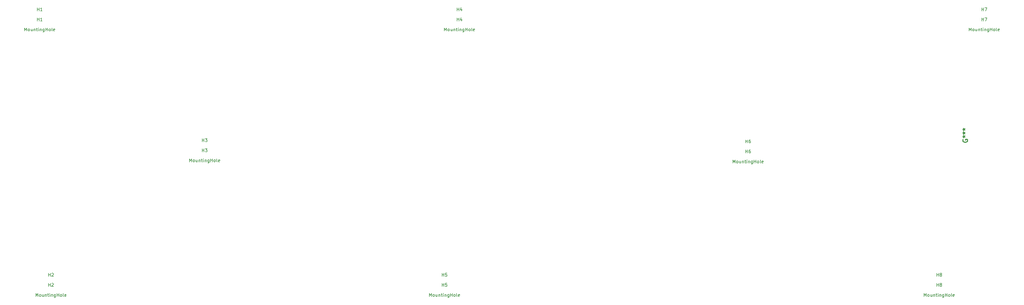
<source format=gbr>
%TF.GenerationSoftware,KiCad,Pcbnew,7.0.7*%
%TF.CreationDate,2024-06-09T18:31:49+08:00*%
%TF.ProjectId,Lexicon 69,4c657869-636f-46e2-9036-392e6b696361,rev?*%
%TF.SameCoordinates,Original*%
%TF.FileFunction,AssemblyDrawing,Top*%
%FSLAX46Y46*%
G04 Gerber Fmt 4.6, Leading zero omitted, Abs format (unit mm)*
G04 Created by KiCad (PCBNEW 7.0.7) date 2024-06-09 18:31:49*
%MOMM*%
%LPD*%
G01*
G04 APERTURE LIST*
%ADD10C,0.150000*%
%ADD11C,0.300000*%
G04 APERTURE END LIST*
D10*
X194500595Y-157989194D02*
X194500595Y-156989194D01*
X194500595Y-157465384D02*
X195072023Y-157465384D01*
X195072023Y-157989194D02*
X195072023Y-156989194D01*
X196024404Y-156989194D02*
X195548214Y-156989194D01*
X195548214Y-156989194D02*
X195500595Y-157465384D01*
X195500595Y-157465384D02*
X195548214Y-157417765D01*
X195548214Y-157417765D02*
X195643452Y-157370146D01*
X195643452Y-157370146D02*
X195881547Y-157370146D01*
X195881547Y-157370146D02*
X195976785Y-157417765D01*
X195976785Y-157417765D02*
X196024404Y-157465384D01*
X196024404Y-157465384D02*
X196072023Y-157560622D01*
X196072023Y-157560622D02*
X196072023Y-157798717D01*
X196072023Y-157798717D02*
X196024404Y-157893955D01*
X196024404Y-157893955D02*
X195976785Y-157941575D01*
X195976785Y-157941575D02*
X195881547Y-157989194D01*
X195881547Y-157989194D02*
X195643452Y-157989194D01*
X195643452Y-157989194D02*
X195548214Y-157941575D01*
X195548214Y-157941575D02*
X195500595Y-157893955D01*
X190476785Y-164389194D02*
X190476785Y-163389194D01*
X190476785Y-163389194D02*
X190810118Y-164103479D01*
X190810118Y-164103479D02*
X191143451Y-163389194D01*
X191143451Y-163389194D02*
X191143451Y-164389194D01*
X191762499Y-164389194D02*
X191667261Y-164341575D01*
X191667261Y-164341575D02*
X191619642Y-164293955D01*
X191619642Y-164293955D02*
X191572023Y-164198717D01*
X191572023Y-164198717D02*
X191572023Y-163913003D01*
X191572023Y-163913003D02*
X191619642Y-163817765D01*
X191619642Y-163817765D02*
X191667261Y-163770146D01*
X191667261Y-163770146D02*
X191762499Y-163722527D01*
X191762499Y-163722527D02*
X191905356Y-163722527D01*
X191905356Y-163722527D02*
X192000594Y-163770146D01*
X192000594Y-163770146D02*
X192048213Y-163817765D01*
X192048213Y-163817765D02*
X192095832Y-163913003D01*
X192095832Y-163913003D02*
X192095832Y-164198717D01*
X192095832Y-164198717D02*
X192048213Y-164293955D01*
X192048213Y-164293955D02*
X192000594Y-164341575D01*
X192000594Y-164341575D02*
X191905356Y-164389194D01*
X191905356Y-164389194D02*
X191762499Y-164389194D01*
X192952975Y-163722527D02*
X192952975Y-164389194D01*
X192524404Y-163722527D02*
X192524404Y-164246336D01*
X192524404Y-164246336D02*
X192572023Y-164341575D01*
X192572023Y-164341575D02*
X192667261Y-164389194D01*
X192667261Y-164389194D02*
X192810118Y-164389194D01*
X192810118Y-164389194D02*
X192905356Y-164341575D01*
X192905356Y-164341575D02*
X192952975Y-164293955D01*
X193429166Y-163722527D02*
X193429166Y-164389194D01*
X193429166Y-163817765D02*
X193476785Y-163770146D01*
X193476785Y-163770146D02*
X193572023Y-163722527D01*
X193572023Y-163722527D02*
X193714880Y-163722527D01*
X193714880Y-163722527D02*
X193810118Y-163770146D01*
X193810118Y-163770146D02*
X193857737Y-163865384D01*
X193857737Y-163865384D02*
X193857737Y-164389194D01*
X194191071Y-163722527D02*
X194572023Y-163722527D01*
X194333928Y-163389194D02*
X194333928Y-164246336D01*
X194333928Y-164246336D02*
X194381547Y-164341575D01*
X194381547Y-164341575D02*
X194476785Y-164389194D01*
X194476785Y-164389194D02*
X194572023Y-164389194D01*
X194905357Y-164389194D02*
X194905357Y-163722527D01*
X194905357Y-163389194D02*
X194857738Y-163436813D01*
X194857738Y-163436813D02*
X194905357Y-163484432D01*
X194905357Y-163484432D02*
X194952976Y-163436813D01*
X194952976Y-163436813D02*
X194905357Y-163389194D01*
X194905357Y-163389194D02*
X194905357Y-163484432D01*
X195381547Y-163722527D02*
X195381547Y-164389194D01*
X195381547Y-163817765D02*
X195429166Y-163770146D01*
X195429166Y-163770146D02*
X195524404Y-163722527D01*
X195524404Y-163722527D02*
X195667261Y-163722527D01*
X195667261Y-163722527D02*
X195762499Y-163770146D01*
X195762499Y-163770146D02*
X195810118Y-163865384D01*
X195810118Y-163865384D02*
X195810118Y-164389194D01*
X196714880Y-163722527D02*
X196714880Y-164532051D01*
X196714880Y-164532051D02*
X196667261Y-164627289D01*
X196667261Y-164627289D02*
X196619642Y-164674908D01*
X196619642Y-164674908D02*
X196524404Y-164722527D01*
X196524404Y-164722527D02*
X196381547Y-164722527D01*
X196381547Y-164722527D02*
X196286309Y-164674908D01*
X196714880Y-164341575D02*
X196619642Y-164389194D01*
X196619642Y-164389194D02*
X196429166Y-164389194D01*
X196429166Y-164389194D02*
X196333928Y-164341575D01*
X196333928Y-164341575D02*
X196286309Y-164293955D01*
X196286309Y-164293955D02*
X196238690Y-164198717D01*
X196238690Y-164198717D02*
X196238690Y-163913003D01*
X196238690Y-163913003D02*
X196286309Y-163817765D01*
X196286309Y-163817765D02*
X196333928Y-163770146D01*
X196333928Y-163770146D02*
X196429166Y-163722527D01*
X196429166Y-163722527D02*
X196619642Y-163722527D01*
X196619642Y-163722527D02*
X196714880Y-163770146D01*
X197191071Y-164389194D02*
X197191071Y-163389194D01*
X197191071Y-163865384D02*
X197762499Y-163865384D01*
X197762499Y-164389194D02*
X197762499Y-163389194D01*
X198381547Y-164389194D02*
X198286309Y-164341575D01*
X198286309Y-164341575D02*
X198238690Y-164293955D01*
X198238690Y-164293955D02*
X198191071Y-164198717D01*
X198191071Y-164198717D02*
X198191071Y-163913003D01*
X198191071Y-163913003D02*
X198238690Y-163817765D01*
X198238690Y-163817765D02*
X198286309Y-163770146D01*
X198286309Y-163770146D02*
X198381547Y-163722527D01*
X198381547Y-163722527D02*
X198524404Y-163722527D01*
X198524404Y-163722527D02*
X198619642Y-163770146D01*
X198619642Y-163770146D02*
X198667261Y-163817765D01*
X198667261Y-163817765D02*
X198714880Y-163913003D01*
X198714880Y-163913003D02*
X198714880Y-164198717D01*
X198714880Y-164198717D02*
X198667261Y-164293955D01*
X198667261Y-164293955D02*
X198619642Y-164341575D01*
X198619642Y-164341575D02*
X198524404Y-164389194D01*
X198524404Y-164389194D02*
X198381547Y-164389194D01*
X199286309Y-164389194D02*
X199191071Y-164341575D01*
X199191071Y-164341575D02*
X199143452Y-164246336D01*
X199143452Y-164246336D02*
X199143452Y-163389194D01*
X200048214Y-164341575D02*
X199952976Y-164389194D01*
X199952976Y-164389194D02*
X199762500Y-164389194D01*
X199762500Y-164389194D02*
X199667262Y-164341575D01*
X199667262Y-164341575D02*
X199619643Y-164246336D01*
X199619643Y-164246336D02*
X199619643Y-163865384D01*
X199619643Y-163865384D02*
X199667262Y-163770146D01*
X199667262Y-163770146D02*
X199762500Y-163722527D01*
X199762500Y-163722527D02*
X199952976Y-163722527D01*
X199952976Y-163722527D02*
X200048214Y-163770146D01*
X200048214Y-163770146D02*
X200095833Y-163865384D01*
X200095833Y-163865384D02*
X200095833Y-163960622D01*
X200095833Y-163960622D02*
X199619643Y-164055860D01*
X194500595Y-161189194D02*
X194500595Y-160189194D01*
X194500595Y-160665384D02*
X195072023Y-160665384D01*
X195072023Y-161189194D02*
X195072023Y-160189194D01*
X196024404Y-160189194D02*
X195548214Y-160189194D01*
X195548214Y-160189194D02*
X195500595Y-160665384D01*
X195500595Y-160665384D02*
X195548214Y-160617765D01*
X195548214Y-160617765D02*
X195643452Y-160570146D01*
X195643452Y-160570146D02*
X195881547Y-160570146D01*
X195881547Y-160570146D02*
X195976785Y-160617765D01*
X195976785Y-160617765D02*
X196024404Y-160665384D01*
X196024404Y-160665384D02*
X196072023Y-160760622D01*
X196072023Y-160760622D02*
X196072023Y-160998717D01*
X196072023Y-160998717D02*
X196024404Y-161093955D01*
X196024404Y-161093955D02*
X195976785Y-161141575D01*
X195976785Y-161141575D02*
X195881547Y-161189194D01*
X195881547Y-161189194D02*
X195643452Y-161189194D01*
X195643452Y-161189194D02*
X195548214Y-161141575D01*
X195548214Y-161141575D02*
X195500595Y-161093955D01*
X365950595Y-73454819D02*
X365950595Y-72454819D01*
X365950595Y-72931009D02*
X366522023Y-72931009D01*
X366522023Y-73454819D02*
X366522023Y-72454819D01*
X366902976Y-72454819D02*
X367569642Y-72454819D01*
X367569642Y-72454819D02*
X367141071Y-73454819D01*
X361926785Y-79854819D02*
X361926785Y-78854819D01*
X361926785Y-78854819D02*
X362260118Y-79569104D01*
X362260118Y-79569104D02*
X362593451Y-78854819D01*
X362593451Y-78854819D02*
X362593451Y-79854819D01*
X363212499Y-79854819D02*
X363117261Y-79807200D01*
X363117261Y-79807200D02*
X363069642Y-79759580D01*
X363069642Y-79759580D02*
X363022023Y-79664342D01*
X363022023Y-79664342D02*
X363022023Y-79378628D01*
X363022023Y-79378628D02*
X363069642Y-79283390D01*
X363069642Y-79283390D02*
X363117261Y-79235771D01*
X363117261Y-79235771D02*
X363212499Y-79188152D01*
X363212499Y-79188152D02*
X363355356Y-79188152D01*
X363355356Y-79188152D02*
X363450594Y-79235771D01*
X363450594Y-79235771D02*
X363498213Y-79283390D01*
X363498213Y-79283390D02*
X363545832Y-79378628D01*
X363545832Y-79378628D02*
X363545832Y-79664342D01*
X363545832Y-79664342D02*
X363498213Y-79759580D01*
X363498213Y-79759580D02*
X363450594Y-79807200D01*
X363450594Y-79807200D02*
X363355356Y-79854819D01*
X363355356Y-79854819D02*
X363212499Y-79854819D01*
X364402975Y-79188152D02*
X364402975Y-79854819D01*
X363974404Y-79188152D02*
X363974404Y-79711961D01*
X363974404Y-79711961D02*
X364022023Y-79807200D01*
X364022023Y-79807200D02*
X364117261Y-79854819D01*
X364117261Y-79854819D02*
X364260118Y-79854819D01*
X364260118Y-79854819D02*
X364355356Y-79807200D01*
X364355356Y-79807200D02*
X364402975Y-79759580D01*
X364879166Y-79188152D02*
X364879166Y-79854819D01*
X364879166Y-79283390D02*
X364926785Y-79235771D01*
X364926785Y-79235771D02*
X365022023Y-79188152D01*
X365022023Y-79188152D02*
X365164880Y-79188152D01*
X365164880Y-79188152D02*
X365260118Y-79235771D01*
X365260118Y-79235771D02*
X365307737Y-79331009D01*
X365307737Y-79331009D02*
X365307737Y-79854819D01*
X365641071Y-79188152D02*
X366022023Y-79188152D01*
X365783928Y-78854819D02*
X365783928Y-79711961D01*
X365783928Y-79711961D02*
X365831547Y-79807200D01*
X365831547Y-79807200D02*
X365926785Y-79854819D01*
X365926785Y-79854819D02*
X366022023Y-79854819D01*
X366355357Y-79854819D02*
X366355357Y-79188152D01*
X366355357Y-78854819D02*
X366307738Y-78902438D01*
X366307738Y-78902438D02*
X366355357Y-78950057D01*
X366355357Y-78950057D02*
X366402976Y-78902438D01*
X366402976Y-78902438D02*
X366355357Y-78854819D01*
X366355357Y-78854819D02*
X366355357Y-78950057D01*
X366831547Y-79188152D02*
X366831547Y-79854819D01*
X366831547Y-79283390D02*
X366879166Y-79235771D01*
X366879166Y-79235771D02*
X366974404Y-79188152D01*
X366974404Y-79188152D02*
X367117261Y-79188152D01*
X367117261Y-79188152D02*
X367212499Y-79235771D01*
X367212499Y-79235771D02*
X367260118Y-79331009D01*
X367260118Y-79331009D02*
X367260118Y-79854819D01*
X368164880Y-79188152D02*
X368164880Y-79997676D01*
X368164880Y-79997676D02*
X368117261Y-80092914D01*
X368117261Y-80092914D02*
X368069642Y-80140533D01*
X368069642Y-80140533D02*
X367974404Y-80188152D01*
X367974404Y-80188152D02*
X367831547Y-80188152D01*
X367831547Y-80188152D02*
X367736309Y-80140533D01*
X368164880Y-79807200D02*
X368069642Y-79854819D01*
X368069642Y-79854819D02*
X367879166Y-79854819D01*
X367879166Y-79854819D02*
X367783928Y-79807200D01*
X367783928Y-79807200D02*
X367736309Y-79759580D01*
X367736309Y-79759580D02*
X367688690Y-79664342D01*
X367688690Y-79664342D02*
X367688690Y-79378628D01*
X367688690Y-79378628D02*
X367736309Y-79283390D01*
X367736309Y-79283390D02*
X367783928Y-79235771D01*
X367783928Y-79235771D02*
X367879166Y-79188152D01*
X367879166Y-79188152D02*
X368069642Y-79188152D01*
X368069642Y-79188152D02*
X368164880Y-79235771D01*
X368641071Y-79854819D02*
X368641071Y-78854819D01*
X368641071Y-79331009D02*
X369212499Y-79331009D01*
X369212499Y-79854819D02*
X369212499Y-78854819D01*
X369831547Y-79854819D02*
X369736309Y-79807200D01*
X369736309Y-79807200D02*
X369688690Y-79759580D01*
X369688690Y-79759580D02*
X369641071Y-79664342D01*
X369641071Y-79664342D02*
X369641071Y-79378628D01*
X369641071Y-79378628D02*
X369688690Y-79283390D01*
X369688690Y-79283390D02*
X369736309Y-79235771D01*
X369736309Y-79235771D02*
X369831547Y-79188152D01*
X369831547Y-79188152D02*
X369974404Y-79188152D01*
X369974404Y-79188152D02*
X370069642Y-79235771D01*
X370069642Y-79235771D02*
X370117261Y-79283390D01*
X370117261Y-79283390D02*
X370164880Y-79378628D01*
X370164880Y-79378628D02*
X370164880Y-79664342D01*
X370164880Y-79664342D02*
X370117261Y-79759580D01*
X370117261Y-79759580D02*
X370069642Y-79807200D01*
X370069642Y-79807200D02*
X369974404Y-79854819D01*
X369974404Y-79854819D02*
X369831547Y-79854819D01*
X370736309Y-79854819D02*
X370641071Y-79807200D01*
X370641071Y-79807200D02*
X370593452Y-79711961D01*
X370593452Y-79711961D02*
X370593452Y-78854819D01*
X371498214Y-79807200D02*
X371402976Y-79854819D01*
X371402976Y-79854819D02*
X371212500Y-79854819D01*
X371212500Y-79854819D02*
X371117262Y-79807200D01*
X371117262Y-79807200D02*
X371069643Y-79711961D01*
X371069643Y-79711961D02*
X371069643Y-79331009D01*
X371069643Y-79331009D02*
X371117262Y-79235771D01*
X371117262Y-79235771D02*
X371212500Y-79188152D01*
X371212500Y-79188152D02*
X371402976Y-79188152D01*
X371402976Y-79188152D02*
X371498214Y-79235771D01*
X371498214Y-79235771D02*
X371545833Y-79331009D01*
X371545833Y-79331009D02*
X371545833Y-79426247D01*
X371545833Y-79426247D02*
X371069643Y-79521485D01*
X365950595Y-76654819D02*
X365950595Y-75654819D01*
X365950595Y-76131009D02*
X366522023Y-76131009D01*
X366522023Y-76654819D02*
X366522023Y-75654819D01*
X366902976Y-75654819D02*
X367569642Y-75654819D01*
X367569642Y-75654819D02*
X367141071Y-76654819D01*
X199263095Y-73454819D02*
X199263095Y-72454819D01*
X199263095Y-72931009D02*
X199834523Y-72931009D01*
X199834523Y-73454819D02*
X199834523Y-72454819D01*
X200739285Y-72788152D02*
X200739285Y-73454819D01*
X200501190Y-72407200D02*
X200263095Y-73121485D01*
X200263095Y-73121485D02*
X200882142Y-73121485D01*
X195239285Y-79854819D02*
X195239285Y-78854819D01*
X195239285Y-78854819D02*
X195572618Y-79569104D01*
X195572618Y-79569104D02*
X195905951Y-78854819D01*
X195905951Y-78854819D02*
X195905951Y-79854819D01*
X196524999Y-79854819D02*
X196429761Y-79807200D01*
X196429761Y-79807200D02*
X196382142Y-79759580D01*
X196382142Y-79759580D02*
X196334523Y-79664342D01*
X196334523Y-79664342D02*
X196334523Y-79378628D01*
X196334523Y-79378628D02*
X196382142Y-79283390D01*
X196382142Y-79283390D02*
X196429761Y-79235771D01*
X196429761Y-79235771D02*
X196524999Y-79188152D01*
X196524999Y-79188152D02*
X196667856Y-79188152D01*
X196667856Y-79188152D02*
X196763094Y-79235771D01*
X196763094Y-79235771D02*
X196810713Y-79283390D01*
X196810713Y-79283390D02*
X196858332Y-79378628D01*
X196858332Y-79378628D02*
X196858332Y-79664342D01*
X196858332Y-79664342D02*
X196810713Y-79759580D01*
X196810713Y-79759580D02*
X196763094Y-79807200D01*
X196763094Y-79807200D02*
X196667856Y-79854819D01*
X196667856Y-79854819D02*
X196524999Y-79854819D01*
X197715475Y-79188152D02*
X197715475Y-79854819D01*
X197286904Y-79188152D02*
X197286904Y-79711961D01*
X197286904Y-79711961D02*
X197334523Y-79807200D01*
X197334523Y-79807200D02*
X197429761Y-79854819D01*
X197429761Y-79854819D02*
X197572618Y-79854819D01*
X197572618Y-79854819D02*
X197667856Y-79807200D01*
X197667856Y-79807200D02*
X197715475Y-79759580D01*
X198191666Y-79188152D02*
X198191666Y-79854819D01*
X198191666Y-79283390D02*
X198239285Y-79235771D01*
X198239285Y-79235771D02*
X198334523Y-79188152D01*
X198334523Y-79188152D02*
X198477380Y-79188152D01*
X198477380Y-79188152D02*
X198572618Y-79235771D01*
X198572618Y-79235771D02*
X198620237Y-79331009D01*
X198620237Y-79331009D02*
X198620237Y-79854819D01*
X198953571Y-79188152D02*
X199334523Y-79188152D01*
X199096428Y-78854819D02*
X199096428Y-79711961D01*
X199096428Y-79711961D02*
X199144047Y-79807200D01*
X199144047Y-79807200D02*
X199239285Y-79854819D01*
X199239285Y-79854819D02*
X199334523Y-79854819D01*
X199667857Y-79854819D02*
X199667857Y-79188152D01*
X199667857Y-78854819D02*
X199620238Y-78902438D01*
X199620238Y-78902438D02*
X199667857Y-78950057D01*
X199667857Y-78950057D02*
X199715476Y-78902438D01*
X199715476Y-78902438D02*
X199667857Y-78854819D01*
X199667857Y-78854819D02*
X199667857Y-78950057D01*
X200144047Y-79188152D02*
X200144047Y-79854819D01*
X200144047Y-79283390D02*
X200191666Y-79235771D01*
X200191666Y-79235771D02*
X200286904Y-79188152D01*
X200286904Y-79188152D02*
X200429761Y-79188152D01*
X200429761Y-79188152D02*
X200524999Y-79235771D01*
X200524999Y-79235771D02*
X200572618Y-79331009D01*
X200572618Y-79331009D02*
X200572618Y-79854819D01*
X201477380Y-79188152D02*
X201477380Y-79997676D01*
X201477380Y-79997676D02*
X201429761Y-80092914D01*
X201429761Y-80092914D02*
X201382142Y-80140533D01*
X201382142Y-80140533D02*
X201286904Y-80188152D01*
X201286904Y-80188152D02*
X201144047Y-80188152D01*
X201144047Y-80188152D02*
X201048809Y-80140533D01*
X201477380Y-79807200D02*
X201382142Y-79854819D01*
X201382142Y-79854819D02*
X201191666Y-79854819D01*
X201191666Y-79854819D02*
X201096428Y-79807200D01*
X201096428Y-79807200D02*
X201048809Y-79759580D01*
X201048809Y-79759580D02*
X201001190Y-79664342D01*
X201001190Y-79664342D02*
X201001190Y-79378628D01*
X201001190Y-79378628D02*
X201048809Y-79283390D01*
X201048809Y-79283390D02*
X201096428Y-79235771D01*
X201096428Y-79235771D02*
X201191666Y-79188152D01*
X201191666Y-79188152D02*
X201382142Y-79188152D01*
X201382142Y-79188152D02*
X201477380Y-79235771D01*
X201953571Y-79854819D02*
X201953571Y-78854819D01*
X201953571Y-79331009D02*
X202524999Y-79331009D01*
X202524999Y-79854819D02*
X202524999Y-78854819D01*
X203144047Y-79854819D02*
X203048809Y-79807200D01*
X203048809Y-79807200D02*
X203001190Y-79759580D01*
X203001190Y-79759580D02*
X202953571Y-79664342D01*
X202953571Y-79664342D02*
X202953571Y-79378628D01*
X202953571Y-79378628D02*
X203001190Y-79283390D01*
X203001190Y-79283390D02*
X203048809Y-79235771D01*
X203048809Y-79235771D02*
X203144047Y-79188152D01*
X203144047Y-79188152D02*
X203286904Y-79188152D01*
X203286904Y-79188152D02*
X203382142Y-79235771D01*
X203382142Y-79235771D02*
X203429761Y-79283390D01*
X203429761Y-79283390D02*
X203477380Y-79378628D01*
X203477380Y-79378628D02*
X203477380Y-79664342D01*
X203477380Y-79664342D02*
X203429761Y-79759580D01*
X203429761Y-79759580D02*
X203382142Y-79807200D01*
X203382142Y-79807200D02*
X203286904Y-79854819D01*
X203286904Y-79854819D02*
X203144047Y-79854819D01*
X204048809Y-79854819D02*
X203953571Y-79807200D01*
X203953571Y-79807200D02*
X203905952Y-79711961D01*
X203905952Y-79711961D02*
X203905952Y-78854819D01*
X204810714Y-79807200D02*
X204715476Y-79854819D01*
X204715476Y-79854819D02*
X204525000Y-79854819D01*
X204525000Y-79854819D02*
X204429762Y-79807200D01*
X204429762Y-79807200D02*
X204382143Y-79711961D01*
X204382143Y-79711961D02*
X204382143Y-79331009D01*
X204382143Y-79331009D02*
X204429762Y-79235771D01*
X204429762Y-79235771D02*
X204525000Y-79188152D01*
X204525000Y-79188152D02*
X204715476Y-79188152D01*
X204715476Y-79188152D02*
X204810714Y-79235771D01*
X204810714Y-79235771D02*
X204858333Y-79331009D01*
X204858333Y-79331009D02*
X204858333Y-79426247D01*
X204858333Y-79426247D02*
X204382143Y-79521485D01*
X199263095Y-76654819D02*
X199263095Y-75654819D01*
X199263095Y-76131009D02*
X199834523Y-76131009D01*
X199834523Y-76654819D02*
X199834523Y-75654819D01*
X200739285Y-75988152D02*
X200739285Y-76654819D01*
X200501190Y-75607200D02*
X200263095Y-76321485D01*
X200263095Y-76321485D02*
X200882142Y-76321485D01*
X65913095Y-73454819D02*
X65913095Y-72454819D01*
X65913095Y-72931009D02*
X66484523Y-72931009D01*
X66484523Y-73454819D02*
X66484523Y-72454819D01*
X67484523Y-73454819D02*
X66913095Y-73454819D01*
X67198809Y-73454819D02*
X67198809Y-72454819D01*
X67198809Y-72454819D02*
X67103571Y-72597676D01*
X67103571Y-72597676D02*
X67008333Y-72692914D01*
X67008333Y-72692914D02*
X66913095Y-72740533D01*
X61889285Y-79854819D02*
X61889285Y-78854819D01*
X61889285Y-78854819D02*
X62222618Y-79569104D01*
X62222618Y-79569104D02*
X62555951Y-78854819D01*
X62555951Y-78854819D02*
X62555951Y-79854819D01*
X63174999Y-79854819D02*
X63079761Y-79807200D01*
X63079761Y-79807200D02*
X63032142Y-79759580D01*
X63032142Y-79759580D02*
X62984523Y-79664342D01*
X62984523Y-79664342D02*
X62984523Y-79378628D01*
X62984523Y-79378628D02*
X63032142Y-79283390D01*
X63032142Y-79283390D02*
X63079761Y-79235771D01*
X63079761Y-79235771D02*
X63174999Y-79188152D01*
X63174999Y-79188152D02*
X63317856Y-79188152D01*
X63317856Y-79188152D02*
X63413094Y-79235771D01*
X63413094Y-79235771D02*
X63460713Y-79283390D01*
X63460713Y-79283390D02*
X63508332Y-79378628D01*
X63508332Y-79378628D02*
X63508332Y-79664342D01*
X63508332Y-79664342D02*
X63460713Y-79759580D01*
X63460713Y-79759580D02*
X63413094Y-79807200D01*
X63413094Y-79807200D02*
X63317856Y-79854819D01*
X63317856Y-79854819D02*
X63174999Y-79854819D01*
X64365475Y-79188152D02*
X64365475Y-79854819D01*
X63936904Y-79188152D02*
X63936904Y-79711961D01*
X63936904Y-79711961D02*
X63984523Y-79807200D01*
X63984523Y-79807200D02*
X64079761Y-79854819D01*
X64079761Y-79854819D02*
X64222618Y-79854819D01*
X64222618Y-79854819D02*
X64317856Y-79807200D01*
X64317856Y-79807200D02*
X64365475Y-79759580D01*
X64841666Y-79188152D02*
X64841666Y-79854819D01*
X64841666Y-79283390D02*
X64889285Y-79235771D01*
X64889285Y-79235771D02*
X64984523Y-79188152D01*
X64984523Y-79188152D02*
X65127380Y-79188152D01*
X65127380Y-79188152D02*
X65222618Y-79235771D01*
X65222618Y-79235771D02*
X65270237Y-79331009D01*
X65270237Y-79331009D02*
X65270237Y-79854819D01*
X65603571Y-79188152D02*
X65984523Y-79188152D01*
X65746428Y-78854819D02*
X65746428Y-79711961D01*
X65746428Y-79711961D02*
X65794047Y-79807200D01*
X65794047Y-79807200D02*
X65889285Y-79854819D01*
X65889285Y-79854819D02*
X65984523Y-79854819D01*
X66317857Y-79854819D02*
X66317857Y-79188152D01*
X66317857Y-78854819D02*
X66270238Y-78902438D01*
X66270238Y-78902438D02*
X66317857Y-78950057D01*
X66317857Y-78950057D02*
X66365476Y-78902438D01*
X66365476Y-78902438D02*
X66317857Y-78854819D01*
X66317857Y-78854819D02*
X66317857Y-78950057D01*
X66794047Y-79188152D02*
X66794047Y-79854819D01*
X66794047Y-79283390D02*
X66841666Y-79235771D01*
X66841666Y-79235771D02*
X66936904Y-79188152D01*
X66936904Y-79188152D02*
X67079761Y-79188152D01*
X67079761Y-79188152D02*
X67174999Y-79235771D01*
X67174999Y-79235771D02*
X67222618Y-79331009D01*
X67222618Y-79331009D02*
X67222618Y-79854819D01*
X68127380Y-79188152D02*
X68127380Y-79997676D01*
X68127380Y-79997676D02*
X68079761Y-80092914D01*
X68079761Y-80092914D02*
X68032142Y-80140533D01*
X68032142Y-80140533D02*
X67936904Y-80188152D01*
X67936904Y-80188152D02*
X67794047Y-80188152D01*
X67794047Y-80188152D02*
X67698809Y-80140533D01*
X68127380Y-79807200D02*
X68032142Y-79854819D01*
X68032142Y-79854819D02*
X67841666Y-79854819D01*
X67841666Y-79854819D02*
X67746428Y-79807200D01*
X67746428Y-79807200D02*
X67698809Y-79759580D01*
X67698809Y-79759580D02*
X67651190Y-79664342D01*
X67651190Y-79664342D02*
X67651190Y-79378628D01*
X67651190Y-79378628D02*
X67698809Y-79283390D01*
X67698809Y-79283390D02*
X67746428Y-79235771D01*
X67746428Y-79235771D02*
X67841666Y-79188152D01*
X67841666Y-79188152D02*
X68032142Y-79188152D01*
X68032142Y-79188152D02*
X68127380Y-79235771D01*
X68603571Y-79854819D02*
X68603571Y-78854819D01*
X68603571Y-79331009D02*
X69174999Y-79331009D01*
X69174999Y-79854819D02*
X69174999Y-78854819D01*
X69794047Y-79854819D02*
X69698809Y-79807200D01*
X69698809Y-79807200D02*
X69651190Y-79759580D01*
X69651190Y-79759580D02*
X69603571Y-79664342D01*
X69603571Y-79664342D02*
X69603571Y-79378628D01*
X69603571Y-79378628D02*
X69651190Y-79283390D01*
X69651190Y-79283390D02*
X69698809Y-79235771D01*
X69698809Y-79235771D02*
X69794047Y-79188152D01*
X69794047Y-79188152D02*
X69936904Y-79188152D01*
X69936904Y-79188152D02*
X70032142Y-79235771D01*
X70032142Y-79235771D02*
X70079761Y-79283390D01*
X70079761Y-79283390D02*
X70127380Y-79378628D01*
X70127380Y-79378628D02*
X70127380Y-79664342D01*
X70127380Y-79664342D02*
X70079761Y-79759580D01*
X70079761Y-79759580D02*
X70032142Y-79807200D01*
X70032142Y-79807200D02*
X69936904Y-79854819D01*
X69936904Y-79854819D02*
X69794047Y-79854819D01*
X70698809Y-79854819D02*
X70603571Y-79807200D01*
X70603571Y-79807200D02*
X70555952Y-79711961D01*
X70555952Y-79711961D02*
X70555952Y-78854819D01*
X71460714Y-79807200D02*
X71365476Y-79854819D01*
X71365476Y-79854819D02*
X71175000Y-79854819D01*
X71175000Y-79854819D02*
X71079762Y-79807200D01*
X71079762Y-79807200D02*
X71032143Y-79711961D01*
X71032143Y-79711961D02*
X71032143Y-79331009D01*
X71032143Y-79331009D02*
X71079762Y-79235771D01*
X71079762Y-79235771D02*
X71175000Y-79188152D01*
X71175000Y-79188152D02*
X71365476Y-79188152D01*
X71365476Y-79188152D02*
X71460714Y-79235771D01*
X71460714Y-79235771D02*
X71508333Y-79331009D01*
X71508333Y-79331009D02*
X71508333Y-79426247D01*
X71508333Y-79426247D02*
X71032143Y-79521485D01*
X65913095Y-76654819D02*
X65913095Y-75654819D01*
X65913095Y-76131009D02*
X66484523Y-76131009D01*
X66484523Y-76654819D02*
X66484523Y-75654819D01*
X67484523Y-76654819D02*
X66913095Y-76654819D01*
X67198809Y-76654819D02*
X67198809Y-75654819D01*
X67198809Y-75654819D02*
X67103571Y-75797676D01*
X67103571Y-75797676D02*
X67008333Y-75892914D01*
X67008333Y-75892914D02*
X66913095Y-75940533D01*
D11*
X360009132Y-114430802D02*
X359937703Y-114573660D01*
X359937703Y-114573660D02*
X359937703Y-114787945D01*
X359937703Y-114787945D02*
X360009132Y-115002231D01*
X360009132Y-115002231D02*
X360151989Y-115145088D01*
X360151989Y-115145088D02*
X360294846Y-115216517D01*
X360294846Y-115216517D02*
X360580560Y-115287945D01*
X360580560Y-115287945D02*
X360794846Y-115287945D01*
X360794846Y-115287945D02*
X361080560Y-115216517D01*
X361080560Y-115216517D02*
X361223417Y-115145088D01*
X361223417Y-115145088D02*
X361366275Y-115002231D01*
X361366275Y-115002231D02*
X361437703Y-114787945D01*
X361437703Y-114787945D02*
X361437703Y-114645088D01*
X361437703Y-114645088D02*
X361366275Y-114430802D01*
X361366275Y-114430802D02*
X361294846Y-114359374D01*
X361294846Y-114359374D02*
X360794846Y-114359374D01*
X360794846Y-114359374D02*
X360794846Y-114645088D01*
X359937703Y-113502231D02*
X360294846Y-113502231D01*
X360151989Y-113859374D02*
X360294846Y-113502231D01*
X360294846Y-113502231D02*
X360151989Y-113145088D01*
X360580560Y-113716517D02*
X360294846Y-113502231D01*
X360294846Y-113502231D02*
X360580560Y-113287945D01*
X359937703Y-112359374D02*
X360294846Y-112359374D01*
X360151989Y-112716517D02*
X360294846Y-112359374D01*
X360294846Y-112359374D02*
X360151989Y-112002231D01*
X360580560Y-112573660D02*
X360294846Y-112359374D01*
X360294846Y-112359374D02*
X360580560Y-112145088D01*
X359937703Y-111216517D02*
X360294846Y-111216517D01*
X360151989Y-111573660D02*
X360294846Y-111216517D01*
X360294846Y-111216517D02*
X360151989Y-110859374D01*
X360580560Y-111430803D02*
X360294846Y-111216517D01*
X360294846Y-111216517D02*
X360580560Y-111002231D01*
D10*
X69484970Y-157989194D02*
X69484970Y-156989194D01*
X69484970Y-157465384D02*
X70056398Y-157465384D01*
X70056398Y-157989194D02*
X70056398Y-156989194D01*
X70484970Y-157084432D02*
X70532589Y-157036813D01*
X70532589Y-157036813D02*
X70627827Y-156989194D01*
X70627827Y-156989194D02*
X70865922Y-156989194D01*
X70865922Y-156989194D02*
X70961160Y-157036813D01*
X70961160Y-157036813D02*
X71008779Y-157084432D01*
X71008779Y-157084432D02*
X71056398Y-157179670D01*
X71056398Y-157179670D02*
X71056398Y-157274908D01*
X71056398Y-157274908D02*
X71008779Y-157417765D01*
X71008779Y-157417765D02*
X70437351Y-157989194D01*
X70437351Y-157989194D02*
X71056398Y-157989194D01*
X65461160Y-164389194D02*
X65461160Y-163389194D01*
X65461160Y-163389194D02*
X65794493Y-164103479D01*
X65794493Y-164103479D02*
X66127826Y-163389194D01*
X66127826Y-163389194D02*
X66127826Y-164389194D01*
X66746874Y-164389194D02*
X66651636Y-164341575D01*
X66651636Y-164341575D02*
X66604017Y-164293955D01*
X66604017Y-164293955D02*
X66556398Y-164198717D01*
X66556398Y-164198717D02*
X66556398Y-163913003D01*
X66556398Y-163913003D02*
X66604017Y-163817765D01*
X66604017Y-163817765D02*
X66651636Y-163770146D01*
X66651636Y-163770146D02*
X66746874Y-163722527D01*
X66746874Y-163722527D02*
X66889731Y-163722527D01*
X66889731Y-163722527D02*
X66984969Y-163770146D01*
X66984969Y-163770146D02*
X67032588Y-163817765D01*
X67032588Y-163817765D02*
X67080207Y-163913003D01*
X67080207Y-163913003D02*
X67080207Y-164198717D01*
X67080207Y-164198717D02*
X67032588Y-164293955D01*
X67032588Y-164293955D02*
X66984969Y-164341575D01*
X66984969Y-164341575D02*
X66889731Y-164389194D01*
X66889731Y-164389194D02*
X66746874Y-164389194D01*
X67937350Y-163722527D02*
X67937350Y-164389194D01*
X67508779Y-163722527D02*
X67508779Y-164246336D01*
X67508779Y-164246336D02*
X67556398Y-164341575D01*
X67556398Y-164341575D02*
X67651636Y-164389194D01*
X67651636Y-164389194D02*
X67794493Y-164389194D01*
X67794493Y-164389194D02*
X67889731Y-164341575D01*
X67889731Y-164341575D02*
X67937350Y-164293955D01*
X68413541Y-163722527D02*
X68413541Y-164389194D01*
X68413541Y-163817765D02*
X68461160Y-163770146D01*
X68461160Y-163770146D02*
X68556398Y-163722527D01*
X68556398Y-163722527D02*
X68699255Y-163722527D01*
X68699255Y-163722527D02*
X68794493Y-163770146D01*
X68794493Y-163770146D02*
X68842112Y-163865384D01*
X68842112Y-163865384D02*
X68842112Y-164389194D01*
X69175446Y-163722527D02*
X69556398Y-163722527D01*
X69318303Y-163389194D02*
X69318303Y-164246336D01*
X69318303Y-164246336D02*
X69365922Y-164341575D01*
X69365922Y-164341575D02*
X69461160Y-164389194D01*
X69461160Y-164389194D02*
X69556398Y-164389194D01*
X69889732Y-164389194D02*
X69889732Y-163722527D01*
X69889732Y-163389194D02*
X69842113Y-163436813D01*
X69842113Y-163436813D02*
X69889732Y-163484432D01*
X69889732Y-163484432D02*
X69937351Y-163436813D01*
X69937351Y-163436813D02*
X69889732Y-163389194D01*
X69889732Y-163389194D02*
X69889732Y-163484432D01*
X70365922Y-163722527D02*
X70365922Y-164389194D01*
X70365922Y-163817765D02*
X70413541Y-163770146D01*
X70413541Y-163770146D02*
X70508779Y-163722527D01*
X70508779Y-163722527D02*
X70651636Y-163722527D01*
X70651636Y-163722527D02*
X70746874Y-163770146D01*
X70746874Y-163770146D02*
X70794493Y-163865384D01*
X70794493Y-163865384D02*
X70794493Y-164389194D01*
X71699255Y-163722527D02*
X71699255Y-164532051D01*
X71699255Y-164532051D02*
X71651636Y-164627289D01*
X71651636Y-164627289D02*
X71604017Y-164674908D01*
X71604017Y-164674908D02*
X71508779Y-164722527D01*
X71508779Y-164722527D02*
X71365922Y-164722527D01*
X71365922Y-164722527D02*
X71270684Y-164674908D01*
X71699255Y-164341575D02*
X71604017Y-164389194D01*
X71604017Y-164389194D02*
X71413541Y-164389194D01*
X71413541Y-164389194D02*
X71318303Y-164341575D01*
X71318303Y-164341575D02*
X71270684Y-164293955D01*
X71270684Y-164293955D02*
X71223065Y-164198717D01*
X71223065Y-164198717D02*
X71223065Y-163913003D01*
X71223065Y-163913003D02*
X71270684Y-163817765D01*
X71270684Y-163817765D02*
X71318303Y-163770146D01*
X71318303Y-163770146D02*
X71413541Y-163722527D01*
X71413541Y-163722527D02*
X71604017Y-163722527D01*
X71604017Y-163722527D02*
X71699255Y-163770146D01*
X72175446Y-164389194D02*
X72175446Y-163389194D01*
X72175446Y-163865384D02*
X72746874Y-163865384D01*
X72746874Y-164389194D02*
X72746874Y-163389194D01*
X73365922Y-164389194D02*
X73270684Y-164341575D01*
X73270684Y-164341575D02*
X73223065Y-164293955D01*
X73223065Y-164293955D02*
X73175446Y-164198717D01*
X73175446Y-164198717D02*
X73175446Y-163913003D01*
X73175446Y-163913003D02*
X73223065Y-163817765D01*
X73223065Y-163817765D02*
X73270684Y-163770146D01*
X73270684Y-163770146D02*
X73365922Y-163722527D01*
X73365922Y-163722527D02*
X73508779Y-163722527D01*
X73508779Y-163722527D02*
X73604017Y-163770146D01*
X73604017Y-163770146D02*
X73651636Y-163817765D01*
X73651636Y-163817765D02*
X73699255Y-163913003D01*
X73699255Y-163913003D02*
X73699255Y-164198717D01*
X73699255Y-164198717D02*
X73651636Y-164293955D01*
X73651636Y-164293955D02*
X73604017Y-164341575D01*
X73604017Y-164341575D02*
X73508779Y-164389194D01*
X73508779Y-164389194D02*
X73365922Y-164389194D01*
X74270684Y-164389194D02*
X74175446Y-164341575D01*
X74175446Y-164341575D02*
X74127827Y-164246336D01*
X74127827Y-164246336D02*
X74127827Y-163389194D01*
X75032589Y-164341575D02*
X74937351Y-164389194D01*
X74937351Y-164389194D02*
X74746875Y-164389194D01*
X74746875Y-164389194D02*
X74651637Y-164341575D01*
X74651637Y-164341575D02*
X74604018Y-164246336D01*
X74604018Y-164246336D02*
X74604018Y-163865384D01*
X74604018Y-163865384D02*
X74651637Y-163770146D01*
X74651637Y-163770146D02*
X74746875Y-163722527D01*
X74746875Y-163722527D02*
X74937351Y-163722527D01*
X74937351Y-163722527D02*
X75032589Y-163770146D01*
X75032589Y-163770146D02*
X75080208Y-163865384D01*
X75080208Y-163865384D02*
X75080208Y-163960622D01*
X75080208Y-163960622D02*
X74604018Y-164055860D01*
X69484970Y-161189194D02*
X69484970Y-160189194D01*
X69484970Y-160665384D02*
X70056398Y-160665384D01*
X70056398Y-161189194D02*
X70056398Y-160189194D01*
X70484970Y-160284432D02*
X70532589Y-160236813D01*
X70532589Y-160236813D02*
X70627827Y-160189194D01*
X70627827Y-160189194D02*
X70865922Y-160189194D01*
X70865922Y-160189194D02*
X70961160Y-160236813D01*
X70961160Y-160236813D02*
X71008779Y-160284432D01*
X71008779Y-160284432D02*
X71056398Y-160379670D01*
X71056398Y-160379670D02*
X71056398Y-160474908D01*
X71056398Y-160474908D02*
X71008779Y-160617765D01*
X71008779Y-160617765D02*
X70437351Y-161189194D01*
X70437351Y-161189194D02*
X71056398Y-161189194D01*
X351663095Y-157989194D02*
X351663095Y-156989194D01*
X351663095Y-157465384D02*
X352234523Y-157465384D01*
X352234523Y-157989194D02*
X352234523Y-156989194D01*
X352853571Y-157417765D02*
X352758333Y-157370146D01*
X352758333Y-157370146D02*
X352710714Y-157322527D01*
X352710714Y-157322527D02*
X352663095Y-157227289D01*
X352663095Y-157227289D02*
X352663095Y-157179670D01*
X352663095Y-157179670D02*
X352710714Y-157084432D01*
X352710714Y-157084432D02*
X352758333Y-157036813D01*
X352758333Y-157036813D02*
X352853571Y-156989194D01*
X352853571Y-156989194D02*
X353044047Y-156989194D01*
X353044047Y-156989194D02*
X353139285Y-157036813D01*
X353139285Y-157036813D02*
X353186904Y-157084432D01*
X353186904Y-157084432D02*
X353234523Y-157179670D01*
X353234523Y-157179670D02*
X353234523Y-157227289D01*
X353234523Y-157227289D02*
X353186904Y-157322527D01*
X353186904Y-157322527D02*
X353139285Y-157370146D01*
X353139285Y-157370146D02*
X353044047Y-157417765D01*
X353044047Y-157417765D02*
X352853571Y-157417765D01*
X352853571Y-157417765D02*
X352758333Y-157465384D01*
X352758333Y-157465384D02*
X352710714Y-157513003D01*
X352710714Y-157513003D02*
X352663095Y-157608241D01*
X352663095Y-157608241D02*
X352663095Y-157798717D01*
X352663095Y-157798717D02*
X352710714Y-157893955D01*
X352710714Y-157893955D02*
X352758333Y-157941575D01*
X352758333Y-157941575D02*
X352853571Y-157989194D01*
X352853571Y-157989194D02*
X353044047Y-157989194D01*
X353044047Y-157989194D02*
X353139285Y-157941575D01*
X353139285Y-157941575D02*
X353186904Y-157893955D01*
X353186904Y-157893955D02*
X353234523Y-157798717D01*
X353234523Y-157798717D02*
X353234523Y-157608241D01*
X353234523Y-157608241D02*
X353186904Y-157513003D01*
X353186904Y-157513003D02*
X353139285Y-157465384D01*
X353139285Y-157465384D02*
X353044047Y-157417765D01*
X347639285Y-164389194D02*
X347639285Y-163389194D01*
X347639285Y-163389194D02*
X347972618Y-164103479D01*
X347972618Y-164103479D02*
X348305951Y-163389194D01*
X348305951Y-163389194D02*
X348305951Y-164389194D01*
X348924999Y-164389194D02*
X348829761Y-164341575D01*
X348829761Y-164341575D02*
X348782142Y-164293955D01*
X348782142Y-164293955D02*
X348734523Y-164198717D01*
X348734523Y-164198717D02*
X348734523Y-163913003D01*
X348734523Y-163913003D02*
X348782142Y-163817765D01*
X348782142Y-163817765D02*
X348829761Y-163770146D01*
X348829761Y-163770146D02*
X348924999Y-163722527D01*
X348924999Y-163722527D02*
X349067856Y-163722527D01*
X349067856Y-163722527D02*
X349163094Y-163770146D01*
X349163094Y-163770146D02*
X349210713Y-163817765D01*
X349210713Y-163817765D02*
X349258332Y-163913003D01*
X349258332Y-163913003D02*
X349258332Y-164198717D01*
X349258332Y-164198717D02*
X349210713Y-164293955D01*
X349210713Y-164293955D02*
X349163094Y-164341575D01*
X349163094Y-164341575D02*
X349067856Y-164389194D01*
X349067856Y-164389194D02*
X348924999Y-164389194D01*
X350115475Y-163722527D02*
X350115475Y-164389194D01*
X349686904Y-163722527D02*
X349686904Y-164246336D01*
X349686904Y-164246336D02*
X349734523Y-164341575D01*
X349734523Y-164341575D02*
X349829761Y-164389194D01*
X349829761Y-164389194D02*
X349972618Y-164389194D01*
X349972618Y-164389194D02*
X350067856Y-164341575D01*
X350067856Y-164341575D02*
X350115475Y-164293955D01*
X350591666Y-163722527D02*
X350591666Y-164389194D01*
X350591666Y-163817765D02*
X350639285Y-163770146D01*
X350639285Y-163770146D02*
X350734523Y-163722527D01*
X350734523Y-163722527D02*
X350877380Y-163722527D01*
X350877380Y-163722527D02*
X350972618Y-163770146D01*
X350972618Y-163770146D02*
X351020237Y-163865384D01*
X351020237Y-163865384D02*
X351020237Y-164389194D01*
X351353571Y-163722527D02*
X351734523Y-163722527D01*
X351496428Y-163389194D02*
X351496428Y-164246336D01*
X351496428Y-164246336D02*
X351544047Y-164341575D01*
X351544047Y-164341575D02*
X351639285Y-164389194D01*
X351639285Y-164389194D02*
X351734523Y-164389194D01*
X352067857Y-164389194D02*
X352067857Y-163722527D01*
X352067857Y-163389194D02*
X352020238Y-163436813D01*
X352020238Y-163436813D02*
X352067857Y-163484432D01*
X352067857Y-163484432D02*
X352115476Y-163436813D01*
X352115476Y-163436813D02*
X352067857Y-163389194D01*
X352067857Y-163389194D02*
X352067857Y-163484432D01*
X352544047Y-163722527D02*
X352544047Y-164389194D01*
X352544047Y-163817765D02*
X352591666Y-163770146D01*
X352591666Y-163770146D02*
X352686904Y-163722527D01*
X352686904Y-163722527D02*
X352829761Y-163722527D01*
X352829761Y-163722527D02*
X352924999Y-163770146D01*
X352924999Y-163770146D02*
X352972618Y-163865384D01*
X352972618Y-163865384D02*
X352972618Y-164389194D01*
X353877380Y-163722527D02*
X353877380Y-164532051D01*
X353877380Y-164532051D02*
X353829761Y-164627289D01*
X353829761Y-164627289D02*
X353782142Y-164674908D01*
X353782142Y-164674908D02*
X353686904Y-164722527D01*
X353686904Y-164722527D02*
X353544047Y-164722527D01*
X353544047Y-164722527D02*
X353448809Y-164674908D01*
X353877380Y-164341575D02*
X353782142Y-164389194D01*
X353782142Y-164389194D02*
X353591666Y-164389194D01*
X353591666Y-164389194D02*
X353496428Y-164341575D01*
X353496428Y-164341575D02*
X353448809Y-164293955D01*
X353448809Y-164293955D02*
X353401190Y-164198717D01*
X353401190Y-164198717D02*
X353401190Y-163913003D01*
X353401190Y-163913003D02*
X353448809Y-163817765D01*
X353448809Y-163817765D02*
X353496428Y-163770146D01*
X353496428Y-163770146D02*
X353591666Y-163722527D01*
X353591666Y-163722527D02*
X353782142Y-163722527D01*
X353782142Y-163722527D02*
X353877380Y-163770146D01*
X354353571Y-164389194D02*
X354353571Y-163389194D01*
X354353571Y-163865384D02*
X354924999Y-163865384D01*
X354924999Y-164389194D02*
X354924999Y-163389194D01*
X355544047Y-164389194D02*
X355448809Y-164341575D01*
X355448809Y-164341575D02*
X355401190Y-164293955D01*
X355401190Y-164293955D02*
X355353571Y-164198717D01*
X355353571Y-164198717D02*
X355353571Y-163913003D01*
X355353571Y-163913003D02*
X355401190Y-163817765D01*
X355401190Y-163817765D02*
X355448809Y-163770146D01*
X355448809Y-163770146D02*
X355544047Y-163722527D01*
X355544047Y-163722527D02*
X355686904Y-163722527D01*
X355686904Y-163722527D02*
X355782142Y-163770146D01*
X355782142Y-163770146D02*
X355829761Y-163817765D01*
X355829761Y-163817765D02*
X355877380Y-163913003D01*
X355877380Y-163913003D02*
X355877380Y-164198717D01*
X355877380Y-164198717D02*
X355829761Y-164293955D01*
X355829761Y-164293955D02*
X355782142Y-164341575D01*
X355782142Y-164341575D02*
X355686904Y-164389194D01*
X355686904Y-164389194D02*
X355544047Y-164389194D01*
X356448809Y-164389194D02*
X356353571Y-164341575D01*
X356353571Y-164341575D02*
X356305952Y-164246336D01*
X356305952Y-164246336D02*
X356305952Y-163389194D01*
X357210714Y-164341575D02*
X357115476Y-164389194D01*
X357115476Y-164389194D02*
X356925000Y-164389194D01*
X356925000Y-164389194D02*
X356829762Y-164341575D01*
X356829762Y-164341575D02*
X356782143Y-164246336D01*
X356782143Y-164246336D02*
X356782143Y-163865384D01*
X356782143Y-163865384D02*
X356829762Y-163770146D01*
X356829762Y-163770146D02*
X356925000Y-163722527D01*
X356925000Y-163722527D02*
X357115476Y-163722527D01*
X357115476Y-163722527D02*
X357210714Y-163770146D01*
X357210714Y-163770146D02*
X357258333Y-163865384D01*
X357258333Y-163865384D02*
X357258333Y-163960622D01*
X357258333Y-163960622D02*
X356782143Y-164055860D01*
X351663095Y-161189194D02*
X351663095Y-160189194D01*
X351663095Y-160665384D02*
X352234523Y-160665384D01*
X352234523Y-161189194D02*
X352234523Y-160189194D01*
X352853571Y-160617765D02*
X352758333Y-160570146D01*
X352758333Y-160570146D02*
X352710714Y-160522527D01*
X352710714Y-160522527D02*
X352663095Y-160427289D01*
X352663095Y-160427289D02*
X352663095Y-160379670D01*
X352663095Y-160379670D02*
X352710714Y-160284432D01*
X352710714Y-160284432D02*
X352758333Y-160236813D01*
X352758333Y-160236813D02*
X352853571Y-160189194D01*
X352853571Y-160189194D02*
X353044047Y-160189194D01*
X353044047Y-160189194D02*
X353139285Y-160236813D01*
X353139285Y-160236813D02*
X353186904Y-160284432D01*
X353186904Y-160284432D02*
X353234523Y-160379670D01*
X353234523Y-160379670D02*
X353234523Y-160427289D01*
X353234523Y-160427289D02*
X353186904Y-160522527D01*
X353186904Y-160522527D02*
X353139285Y-160570146D01*
X353139285Y-160570146D02*
X353044047Y-160617765D01*
X353044047Y-160617765D02*
X352853571Y-160617765D01*
X352853571Y-160617765D02*
X352758333Y-160665384D01*
X352758333Y-160665384D02*
X352710714Y-160713003D01*
X352710714Y-160713003D02*
X352663095Y-160808241D01*
X352663095Y-160808241D02*
X352663095Y-160998717D01*
X352663095Y-160998717D02*
X352710714Y-161093955D01*
X352710714Y-161093955D02*
X352758333Y-161141575D01*
X352758333Y-161141575D02*
X352853571Y-161189194D01*
X352853571Y-161189194D02*
X353044047Y-161189194D01*
X353044047Y-161189194D02*
X353139285Y-161141575D01*
X353139285Y-161141575D02*
X353186904Y-161093955D01*
X353186904Y-161093955D02*
X353234523Y-160998717D01*
X353234523Y-160998717D02*
X353234523Y-160808241D01*
X353234523Y-160808241D02*
X353186904Y-160713003D01*
X353186904Y-160713003D02*
X353139285Y-160665384D01*
X353139285Y-160665384D02*
X353044047Y-160617765D01*
X118300595Y-115126694D02*
X118300595Y-114126694D01*
X118300595Y-114602884D02*
X118872023Y-114602884D01*
X118872023Y-115126694D02*
X118872023Y-114126694D01*
X119252976Y-114126694D02*
X119872023Y-114126694D01*
X119872023Y-114126694D02*
X119538690Y-114507646D01*
X119538690Y-114507646D02*
X119681547Y-114507646D01*
X119681547Y-114507646D02*
X119776785Y-114555265D01*
X119776785Y-114555265D02*
X119824404Y-114602884D01*
X119824404Y-114602884D02*
X119872023Y-114698122D01*
X119872023Y-114698122D02*
X119872023Y-114936217D01*
X119872023Y-114936217D02*
X119824404Y-115031455D01*
X119824404Y-115031455D02*
X119776785Y-115079075D01*
X119776785Y-115079075D02*
X119681547Y-115126694D01*
X119681547Y-115126694D02*
X119395833Y-115126694D01*
X119395833Y-115126694D02*
X119300595Y-115079075D01*
X119300595Y-115079075D02*
X119252976Y-115031455D01*
X114276785Y-121526694D02*
X114276785Y-120526694D01*
X114276785Y-120526694D02*
X114610118Y-121240979D01*
X114610118Y-121240979D02*
X114943451Y-120526694D01*
X114943451Y-120526694D02*
X114943451Y-121526694D01*
X115562499Y-121526694D02*
X115467261Y-121479075D01*
X115467261Y-121479075D02*
X115419642Y-121431455D01*
X115419642Y-121431455D02*
X115372023Y-121336217D01*
X115372023Y-121336217D02*
X115372023Y-121050503D01*
X115372023Y-121050503D02*
X115419642Y-120955265D01*
X115419642Y-120955265D02*
X115467261Y-120907646D01*
X115467261Y-120907646D02*
X115562499Y-120860027D01*
X115562499Y-120860027D02*
X115705356Y-120860027D01*
X115705356Y-120860027D02*
X115800594Y-120907646D01*
X115800594Y-120907646D02*
X115848213Y-120955265D01*
X115848213Y-120955265D02*
X115895832Y-121050503D01*
X115895832Y-121050503D02*
X115895832Y-121336217D01*
X115895832Y-121336217D02*
X115848213Y-121431455D01*
X115848213Y-121431455D02*
X115800594Y-121479075D01*
X115800594Y-121479075D02*
X115705356Y-121526694D01*
X115705356Y-121526694D02*
X115562499Y-121526694D01*
X116752975Y-120860027D02*
X116752975Y-121526694D01*
X116324404Y-120860027D02*
X116324404Y-121383836D01*
X116324404Y-121383836D02*
X116372023Y-121479075D01*
X116372023Y-121479075D02*
X116467261Y-121526694D01*
X116467261Y-121526694D02*
X116610118Y-121526694D01*
X116610118Y-121526694D02*
X116705356Y-121479075D01*
X116705356Y-121479075D02*
X116752975Y-121431455D01*
X117229166Y-120860027D02*
X117229166Y-121526694D01*
X117229166Y-120955265D02*
X117276785Y-120907646D01*
X117276785Y-120907646D02*
X117372023Y-120860027D01*
X117372023Y-120860027D02*
X117514880Y-120860027D01*
X117514880Y-120860027D02*
X117610118Y-120907646D01*
X117610118Y-120907646D02*
X117657737Y-121002884D01*
X117657737Y-121002884D02*
X117657737Y-121526694D01*
X117991071Y-120860027D02*
X118372023Y-120860027D01*
X118133928Y-120526694D02*
X118133928Y-121383836D01*
X118133928Y-121383836D02*
X118181547Y-121479075D01*
X118181547Y-121479075D02*
X118276785Y-121526694D01*
X118276785Y-121526694D02*
X118372023Y-121526694D01*
X118705357Y-121526694D02*
X118705357Y-120860027D01*
X118705357Y-120526694D02*
X118657738Y-120574313D01*
X118657738Y-120574313D02*
X118705357Y-120621932D01*
X118705357Y-120621932D02*
X118752976Y-120574313D01*
X118752976Y-120574313D02*
X118705357Y-120526694D01*
X118705357Y-120526694D02*
X118705357Y-120621932D01*
X119181547Y-120860027D02*
X119181547Y-121526694D01*
X119181547Y-120955265D02*
X119229166Y-120907646D01*
X119229166Y-120907646D02*
X119324404Y-120860027D01*
X119324404Y-120860027D02*
X119467261Y-120860027D01*
X119467261Y-120860027D02*
X119562499Y-120907646D01*
X119562499Y-120907646D02*
X119610118Y-121002884D01*
X119610118Y-121002884D02*
X119610118Y-121526694D01*
X120514880Y-120860027D02*
X120514880Y-121669551D01*
X120514880Y-121669551D02*
X120467261Y-121764789D01*
X120467261Y-121764789D02*
X120419642Y-121812408D01*
X120419642Y-121812408D02*
X120324404Y-121860027D01*
X120324404Y-121860027D02*
X120181547Y-121860027D01*
X120181547Y-121860027D02*
X120086309Y-121812408D01*
X120514880Y-121479075D02*
X120419642Y-121526694D01*
X120419642Y-121526694D02*
X120229166Y-121526694D01*
X120229166Y-121526694D02*
X120133928Y-121479075D01*
X120133928Y-121479075D02*
X120086309Y-121431455D01*
X120086309Y-121431455D02*
X120038690Y-121336217D01*
X120038690Y-121336217D02*
X120038690Y-121050503D01*
X120038690Y-121050503D02*
X120086309Y-120955265D01*
X120086309Y-120955265D02*
X120133928Y-120907646D01*
X120133928Y-120907646D02*
X120229166Y-120860027D01*
X120229166Y-120860027D02*
X120419642Y-120860027D01*
X120419642Y-120860027D02*
X120514880Y-120907646D01*
X120991071Y-121526694D02*
X120991071Y-120526694D01*
X120991071Y-121002884D02*
X121562499Y-121002884D01*
X121562499Y-121526694D02*
X121562499Y-120526694D01*
X122181547Y-121526694D02*
X122086309Y-121479075D01*
X122086309Y-121479075D02*
X122038690Y-121431455D01*
X122038690Y-121431455D02*
X121991071Y-121336217D01*
X121991071Y-121336217D02*
X121991071Y-121050503D01*
X121991071Y-121050503D02*
X122038690Y-120955265D01*
X122038690Y-120955265D02*
X122086309Y-120907646D01*
X122086309Y-120907646D02*
X122181547Y-120860027D01*
X122181547Y-120860027D02*
X122324404Y-120860027D01*
X122324404Y-120860027D02*
X122419642Y-120907646D01*
X122419642Y-120907646D02*
X122467261Y-120955265D01*
X122467261Y-120955265D02*
X122514880Y-121050503D01*
X122514880Y-121050503D02*
X122514880Y-121336217D01*
X122514880Y-121336217D02*
X122467261Y-121431455D01*
X122467261Y-121431455D02*
X122419642Y-121479075D01*
X122419642Y-121479075D02*
X122324404Y-121526694D01*
X122324404Y-121526694D02*
X122181547Y-121526694D01*
X123086309Y-121526694D02*
X122991071Y-121479075D01*
X122991071Y-121479075D02*
X122943452Y-121383836D01*
X122943452Y-121383836D02*
X122943452Y-120526694D01*
X123848214Y-121479075D02*
X123752976Y-121526694D01*
X123752976Y-121526694D02*
X123562500Y-121526694D01*
X123562500Y-121526694D02*
X123467262Y-121479075D01*
X123467262Y-121479075D02*
X123419643Y-121383836D01*
X123419643Y-121383836D02*
X123419643Y-121002884D01*
X123419643Y-121002884D02*
X123467262Y-120907646D01*
X123467262Y-120907646D02*
X123562500Y-120860027D01*
X123562500Y-120860027D02*
X123752976Y-120860027D01*
X123752976Y-120860027D02*
X123848214Y-120907646D01*
X123848214Y-120907646D02*
X123895833Y-121002884D01*
X123895833Y-121002884D02*
X123895833Y-121098122D01*
X123895833Y-121098122D02*
X123419643Y-121193360D01*
X118300595Y-118326694D02*
X118300595Y-117326694D01*
X118300595Y-117802884D02*
X118872023Y-117802884D01*
X118872023Y-118326694D02*
X118872023Y-117326694D01*
X119252976Y-117326694D02*
X119872023Y-117326694D01*
X119872023Y-117326694D02*
X119538690Y-117707646D01*
X119538690Y-117707646D02*
X119681547Y-117707646D01*
X119681547Y-117707646D02*
X119776785Y-117755265D01*
X119776785Y-117755265D02*
X119824404Y-117802884D01*
X119824404Y-117802884D02*
X119872023Y-117898122D01*
X119872023Y-117898122D02*
X119872023Y-118136217D01*
X119872023Y-118136217D02*
X119824404Y-118231455D01*
X119824404Y-118231455D02*
X119776785Y-118279075D01*
X119776785Y-118279075D02*
X119681547Y-118326694D01*
X119681547Y-118326694D02*
X119395833Y-118326694D01*
X119395833Y-118326694D02*
X119300595Y-118279075D01*
X119300595Y-118279075D02*
X119252976Y-118231455D01*
X290941220Y-115504819D02*
X290941220Y-114504819D01*
X290941220Y-114981009D02*
X291512648Y-114981009D01*
X291512648Y-115504819D02*
X291512648Y-114504819D01*
X292417410Y-114504819D02*
X292226934Y-114504819D01*
X292226934Y-114504819D02*
X292131696Y-114552438D01*
X292131696Y-114552438D02*
X292084077Y-114600057D01*
X292084077Y-114600057D02*
X291988839Y-114742914D01*
X291988839Y-114742914D02*
X291941220Y-114933390D01*
X291941220Y-114933390D02*
X291941220Y-115314342D01*
X291941220Y-115314342D02*
X291988839Y-115409580D01*
X291988839Y-115409580D02*
X292036458Y-115457200D01*
X292036458Y-115457200D02*
X292131696Y-115504819D01*
X292131696Y-115504819D02*
X292322172Y-115504819D01*
X292322172Y-115504819D02*
X292417410Y-115457200D01*
X292417410Y-115457200D02*
X292465029Y-115409580D01*
X292465029Y-115409580D02*
X292512648Y-115314342D01*
X292512648Y-115314342D02*
X292512648Y-115076247D01*
X292512648Y-115076247D02*
X292465029Y-114981009D01*
X292465029Y-114981009D02*
X292417410Y-114933390D01*
X292417410Y-114933390D02*
X292322172Y-114885771D01*
X292322172Y-114885771D02*
X292131696Y-114885771D01*
X292131696Y-114885771D02*
X292036458Y-114933390D01*
X292036458Y-114933390D02*
X291988839Y-114981009D01*
X291988839Y-114981009D02*
X291941220Y-115076247D01*
X286917410Y-121904819D02*
X286917410Y-120904819D01*
X286917410Y-120904819D02*
X287250743Y-121619104D01*
X287250743Y-121619104D02*
X287584076Y-120904819D01*
X287584076Y-120904819D02*
X287584076Y-121904819D01*
X288203124Y-121904819D02*
X288107886Y-121857200D01*
X288107886Y-121857200D02*
X288060267Y-121809580D01*
X288060267Y-121809580D02*
X288012648Y-121714342D01*
X288012648Y-121714342D02*
X288012648Y-121428628D01*
X288012648Y-121428628D02*
X288060267Y-121333390D01*
X288060267Y-121333390D02*
X288107886Y-121285771D01*
X288107886Y-121285771D02*
X288203124Y-121238152D01*
X288203124Y-121238152D02*
X288345981Y-121238152D01*
X288345981Y-121238152D02*
X288441219Y-121285771D01*
X288441219Y-121285771D02*
X288488838Y-121333390D01*
X288488838Y-121333390D02*
X288536457Y-121428628D01*
X288536457Y-121428628D02*
X288536457Y-121714342D01*
X288536457Y-121714342D02*
X288488838Y-121809580D01*
X288488838Y-121809580D02*
X288441219Y-121857200D01*
X288441219Y-121857200D02*
X288345981Y-121904819D01*
X288345981Y-121904819D02*
X288203124Y-121904819D01*
X289393600Y-121238152D02*
X289393600Y-121904819D01*
X288965029Y-121238152D02*
X288965029Y-121761961D01*
X288965029Y-121761961D02*
X289012648Y-121857200D01*
X289012648Y-121857200D02*
X289107886Y-121904819D01*
X289107886Y-121904819D02*
X289250743Y-121904819D01*
X289250743Y-121904819D02*
X289345981Y-121857200D01*
X289345981Y-121857200D02*
X289393600Y-121809580D01*
X289869791Y-121238152D02*
X289869791Y-121904819D01*
X289869791Y-121333390D02*
X289917410Y-121285771D01*
X289917410Y-121285771D02*
X290012648Y-121238152D01*
X290012648Y-121238152D02*
X290155505Y-121238152D01*
X290155505Y-121238152D02*
X290250743Y-121285771D01*
X290250743Y-121285771D02*
X290298362Y-121381009D01*
X290298362Y-121381009D02*
X290298362Y-121904819D01*
X290631696Y-121238152D02*
X291012648Y-121238152D01*
X290774553Y-120904819D02*
X290774553Y-121761961D01*
X290774553Y-121761961D02*
X290822172Y-121857200D01*
X290822172Y-121857200D02*
X290917410Y-121904819D01*
X290917410Y-121904819D02*
X291012648Y-121904819D01*
X291345982Y-121904819D02*
X291345982Y-121238152D01*
X291345982Y-120904819D02*
X291298363Y-120952438D01*
X291298363Y-120952438D02*
X291345982Y-121000057D01*
X291345982Y-121000057D02*
X291393601Y-120952438D01*
X291393601Y-120952438D02*
X291345982Y-120904819D01*
X291345982Y-120904819D02*
X291345982Y-121000057D01*
X291822172Y-121238152D02*
X291822172Y-121904819D01*
X291822172Y-121333390D02*
X291869791Y-121285771D01*
X291869791Y-121285771D02*
X291965029Y-121238152D01*
X291965029Y-121238152D02*
X292107886Y-121238152D01*
X292107886Y-121238152D02*
X292203124Y-121285771D01*
X292203124Y-121285771D02*
X292250743Y-121381009D01*
X292250743Y-121381009D02*
X292250743Y-121904819D01*
X293155505Y-121238152D02*
X293155505Y-122047676D01*
X293155505Y-122047676D02*
X293107886Y-122142914D01*
X293107886Y-122142914D02*
X293060267Y-122190533D01*
X293060267Y-122190533D02*
X292965029Y-122238152D01*
X292965029Y-122238152D02*
X292822172Y-122238152D01*
X292822172Y-122238152D02*
X292726934Y-122190533D01*
X293155505Y-121857200D02*
X293060267Y-121904819D01*
X293060267Y-121904819D02*
X292869791Y-121904819D01*
X292869791Y-121904819D02*
X292774553Y-121857200D01*
X292774553Y-121857200D02*
X292726934Y-121809580D01*
X292726934Y-121809580D02*
X292679315Y-121714342D01*
X292679315Y-121714342D02*
X292679315Y-121428628D01*
X292679315Y-121428628D02*
X292726934Y-121333390D01*
X292726934Y-121333390D02*
X292774553Y-121285771D01*
X292774553Y-121285771D02*
X292869791Y-121238152D01*
X292869791Y-121238152D02*
X293060267Y-121238152D01*
X293060267Y-121238152D02*
X293155505Y-121285771D01*
X293631696Y-121904819D02*
X293631696Y-120904819D01*
X293631696Y-121381009D02*
X294203124Y-121381009D01*
X294203124Y-121904819D02*
X294203124Y-120904819D01*
X294822172Y-121904819D02*
X294726934Y-121857200D01*
X294726934Y-121857200D02*
X294679315Y-121809580D01*
X294679315Y-121809580D02*
X294631696Y-121714342D01*
X294631696Y-121714342D02*
X294631696Y-121428628D01*
X294631696Y-121428628D02*
X294679315Y-121333390D01*
X294679315Y-121333390D02*
X294726934Y-121285771D01*
X294726934Y-121285771D02*
X294822172Y-121238152D01*
X294822172Y-121238152D02*
X294965029Y-121238152D01*
X294965029Y-121238152D02*
X295060267Y-121285771D01*
X295060267Y-121285771D02*
X295107886Y-121333390D01*
X295107886Y-121333390D02*
X295155505Y-121428628D01*
X295155505Y-121428628D02*
X295155505Y-121714342D01*
X295155505Y-121714342D02*
X295107886Y-121809580D01*
X295107886Y-121809580D02*
X295060267Y-121857200D01*
X295060267Y-121857200D02*
X294965029Y-121904819D01*
X294965029Y-121904819D02*
X294822172Y-121904819D01*
X295726934Y-121904819D02*
X295631696Y-121857200D01*
X295631696Y-121857200D02*
X295584077Y-121761961D01*
X295584077Y-121761961D02*
X295584077Y-120904819D01*
X296488839Y-121857200D02*
X296393601Y-121904819D01*
X296393601Y-121904819D02*
X296203125Y-121904819D01*
X296203125Y-121904819D02*
X296107887Y-121857200D01*
X296107887Y-121857200D02*
X296060268Y-121761961D01*
X296060268Y-121761961D02*
X296060268Y-121381009D01*
X296060268Y-121381009D02*
X296107887Y-121285771D01*
X296107887Y-121285771D02*
X296203125Y-121238152D01*
X296203125Y-121238152D02*
X296393601Y-121238152D01*
X296393601Y-121238152D02*
X296488839Y-121285771D01*
X296488839Y-121285771D02*
X296536458Y-121381009D01*
X296536458Y-121381009D02*
X296536458Y-121476247D01*
X296536458Y-121476247D02*
X296060268Y-121571485D01*
X290941220Y-118704819D02*
X290941220Y-117704819D01*
X290941220Y-118181009D02*
X291512648Y-118181009D01*
X291512648Y-118704819D02*
X291512648Y-117704819D01*
X292417410Y-117704819D02*
X292226934Y-117704819D01*
X292226934Y-117704819D02*
X292131696Y-117752438D01*
X292131696Y-117752438D02*
X292084077Y-117800057D01*
X292084077Y-117800057D02*
X291988839Y-117942914D01*
X291988839Y-117942914D02*
X291941220Y-118133390D01*
X291941220Y-118133390D02*
X291941220Y-118514342D01*
X291941220Y-118514342D02*
X291988839Y-118609580D01*
X291988839Y-118609580D02*
X292036458Y-118657200D01*
X292036458Y-118657200D02*
X292131696Y-118704819D01*
X292131696Y-118704819D02*
X292322172Y-118704819D01*
X292322172Y-118704819D02*
X292417410Y-118657200D01*
X292417410Y-118657200D02*
X292465029Y-118609580D01*
X292465029Y-118609580D02*
X292512648Y-118514342D01*
X292512648Y-118514342D02*
X292512648Y-118276247D01*
X292512648Y-118276247D02*
X292465029Y-118181009D01*
X292465029Y-118181009D02*
X292417410Y-118133390D01*
X292417410Y-118133390D02*
X292322172Y-118085771D01*
X292322172Y-118085771D02*
X292131696Y-118085771D01*
X292131696Y-118085771D02*
X292036458Y-118133390D01*
X292036458Y-118133390D02*
X291988839Y-118181009D01*
X291988839Y-118181009D02*
X291941220Y-118276247D01*
M02*

</source>
